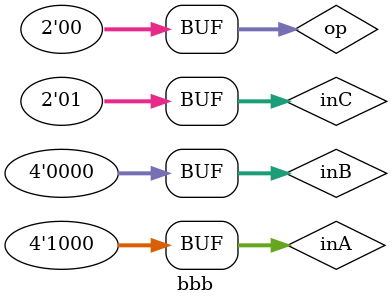
<source format=v>
`timescale 1ns / 1ps


module bbb;

	// Inputs
	reg [3:0] inA;
	reg [3:0] inB;
	reg [1:0] inC;
	reg [1:0] op;

	// Outputs
	wire [3:0] ans;

	// Instantiate the Unit Under Test (UUT)
	ALU uut (
		.inA(inA), 
		.inB(inB), 
		.inC(inC), 
		.op(op), 
		.ans(ans)
	);

	initial begin
		// Initialize Inputs
		inA = 4'b1000;
		inB = 0;
		inC = 1;
		op = 0;

		// Wait 100 ns for global reset to finish
		#100;
        
		// Add stimulus here

	end
      
endmodule


</source>
